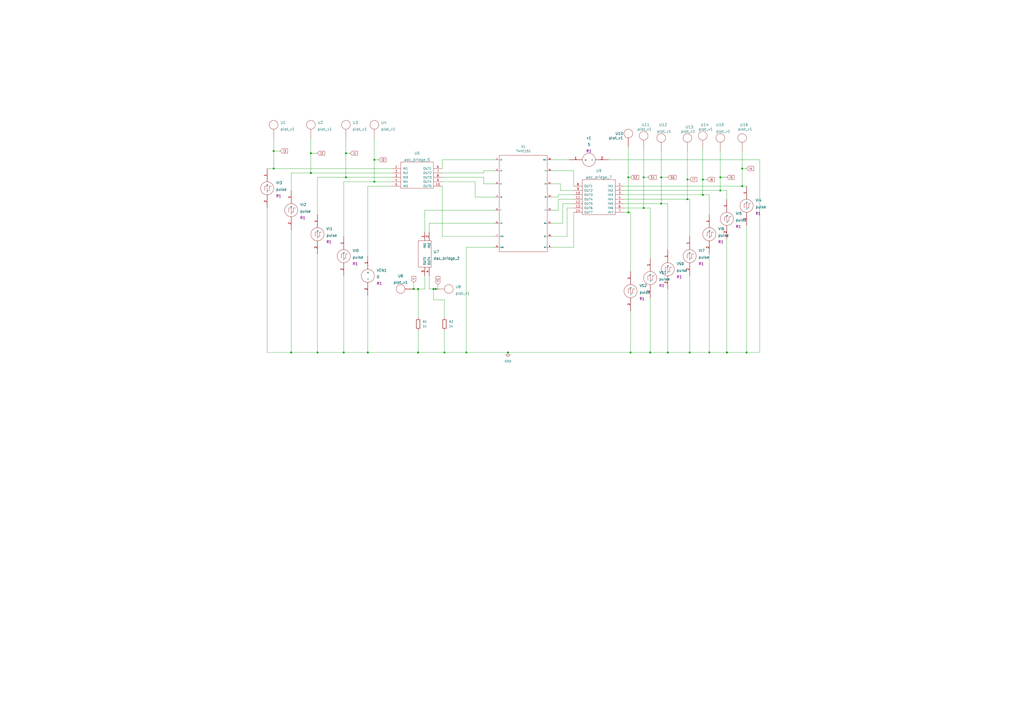
<source format=kicad_sch>
(kicad_sch (version 20211123) (generator eeschema)
  (paper "A2")
  (lib_symbols
    (symbol "DC_1" (pin_names (offset 1.016))
      (property "Reference" "VEN" (at 5.08 3.175 0))
      (property "Value" "DC_1" (at 5.08 -0.635 0))
      (property "Footprint" "R1" (at 5.08 -4.445 0))
      (symbol "DC_1_0_1"
        (circle (center 0 0) (radius 3.81))
      )
      (symbol "DC_1_1_1"
        (pin power_out line (at 0 11.43 270) (length 7.62) (name "+") (number "1"))
        (pin power_in line (at 0 -11.43 90) (length 7.62) (name "-") (number "2"))
      )
    )
    (symbol "eSim_Devices:resistor" (pin_numbers hide) (pin_names (offset 0))
      (property "Reference" "R" (at 1.27 3.302 0))
      (property "Value" "resistor" (at 1.27 -1.27 0))
      (symbol "resistor_0_1"
        (rectangle (start 3.81 0.254) (end -1.27 2.286) (stroke (width 0.254)))
      )
      (symbol "resistor_1_1"
        (pin passive line (at -2.54 1.27 0) (length 1.27) (name "~") (number "1"))
        (pin passive line (at 5.08 1.27 180) (length 1.27) (name "~") (number "2"))
      )
    )
    (symbol "eSim_Hybrid:adc_bridge_5" (pin_names (offset 1.016))
      (property "Reference" "U" (at 0 0 0))
      (property "Value" "adc_bridge_5" (at 0 3.81 0))
      (symbol "adc_bridge_5_0_1"
        (rectangle (start -10.16 5.08) (end 8.89 -10.16))
      )
      (symbol "adc_bridge_5_1_1"
        (pin input line (at -15.24 1.27 0) (length 5.08) (name "IN1") (number "1"))
        (pin output line (at 13.97 -8.89 180) (length 5.08) (name "OUT5") (number "10"))
        (pin input line (at -15.24 -1.27 0) (length 5.08) (name "IN2") (number "2"))
        (pin input line (at -15.24 -3.81 0) (length 5.08) (name "IN3") (number "3"))
        (pin input line (at -15.24 -6.35 0) (length 5.08) (name "IN4") (number "4"))
        (pin input line (at -15.24 -8.89 0) (length 5.08) (name "IN5") (number "5"))
        (pin output line (at 13.97 1.27 180) (length 5.08) (name "OUT1") (number "6"))
        (pin output line (at 13.97 -1.27 180) (length 5.08) (name "OUT2") (number "7"))
        (pin output line (at 13.97 -3.81 180) (length 5.08) (name "OUT3") (number "8"))
        (pin output line (at 13.97 -6.35 180) (length 5.08) (name "OUT4") (number "9"))
      )
    )
    (symbol "eSim_Hybrid:adc_bridge_7" (pin_names (offset 1.016))
      (property "Reference" "U" (at 0 0 0))
      (property "Value" "adc_bridge_7" (at 0 3.81 0))
      (symbol "adc_bridge_7_0_1"
        (rectangle (start -10.16 5.08) (end 8.89 -15.24))
      )
      (symbol "adc_bridge_7_1_1"
        (pin input line (at -15.24 1.27 0) (length 5.08) (name "IN1") (number "1"))
        (pin output line (at 13.97 -3.81 180) (length 5.08) (name "OUT3") (number "10"))
        (pin output line (at 13.97 -6.35 180) (length 5.08) (name "OUT4") (number "11"))
        (pin output line (at 13.97 -8.89 180) (length 5.08) (name "OUT5") (number "12"))
        (pin output line (at 13.97 -11.43 180) (length 5.08) (name "OUT6") (number "13"))
        (pin output line (at 13.97 -13.97 180) (length 5.08) (name "OUT7") (number "14"))
        (pin input line (at -15.24 -1.27 0) (length 5.08) (name "IN2") (number "2"))
        (pin input line (at -15.24 -3.81 0) (length 5.08) (name "IN3") (number "3"))
        (pin input line (at -15.24 -6.35 0) (length 5.08) (name "IN4") (number "4"))
        (pin input line (at -15.24 -8.89 0) (length 5.08) (name "IN5") (number "5"))
        (pin input line (at -15.24 -11.43 0) (length 5.08) (name "IN6") (number "6"))
        (pin input line (at -15.24 -13.97 0) (length 5.08) (name "IN7") (number "7"))
        (pin output line (at 13.97 1.27 180) (length 5.08) (name "OUT1") (number "8"))
        (pin output line (at 13.97 -1.27 180) (length 5.08) (name "OUT2") (number "9"))
      )
    )
    (symbol "eSim_Hybrid:dac_bridge_2" (pin_names (offset 1.016))
      (property "Reference" "U" (at 0 0 0))
      (property "Value" "dac_bridge_2" (at 1.27 3.81 0))
      (symbol "dac_bridge_2_0_1"
        (rectangle (start -6.35 5.08) (end 8.89 -2.54))
      )
      (symbol "dac_bridge_2_1_1"
        (pin input line (at -11.43 1.27 0) (length 5.08) (name "IN1") (number "1"))
        (pin input line (at -11.43 -1.27 0) (length 5.08) (name "IN2") (number "2"))
        (pin output line (at 13.97 1.27 180) (length 5.08) (name "OUT1") (number "3"))
        (pin output line (at 13.97 -1.27 180) (length 5.08) (name "OUT4") (number "4"))
      )
    )
    (symbol "eSim_Plot:plot_v1" (pin_names (offset 1.016))
      (property "Reference" "U" (at 0 12.7 0))
      (property "Value" "plot_v1" (at 5.08 8.89 0))
      (symbol "plot_v1_0_1"
        (circle (center 0 12.7) (radius 2.54))
      )
      (symbol "plot_v1_1_1"
        (pin input line (at 0 5.08 90) (length 5.08) (name "~") (number "~"))
      )
    )
    (symbol "eSim_Power:eSim_GND" (power) (pin_names (offset 0))
      (property "Value" "eSim_GND" (at 0 -3.81 0))
      (symbol "eSim_GND_0_1"
        (polyline (pts (xy 0 0) (xy 0 -1.27) (xy 1.27 -1.27) (xy 0 -2.54) (xy -1.27 -1.27) (xy 0 -1.27)))
      )
      (symbol "eSim_GND_1_1"
        (pin power_in line (at 0 0 270) (length 0) hide (name "GND") (number "1"))
      )
    )
    (symbol "eSim_Sources:DC" (pin_names (offset 1.016))
      (property "Reference" "v1" (at -12.7 0 90))
      (property "Value" "DC" (at -8.89 0 90))
      (property "Footprint" "R1" (at -5.08 0 90))
      (symbol "DC_0_1"
        (circle (center 0 0) (radius 3.81))
      )
      (symbol "DC_1_1"
        (pin power_out line (at 0 11.43 270) (length 7.62) (name "+") (number "1"))
        (pin power_in line (at 0 -11.43 90) (length 7.62) (name "-") (number "2"))
      )
    )
    (symbol "eSim_Sources:pulse" (pin_names (offset 1.016))
      (property "Reference" "v" (at -5.08 2.54 0))
      (property "Value" "pulse" (at -5.08 -1.27 0))
      (property "Footprint" "R1" (at -7.62 0 0))
      (symbol "pulse_0_1"
        (arc (start -1.27 1.27) (mid -1.3491 0) (end -1.27 -1.27))
        (arc (start 0 -1.27) (mid 0.635 -1.2876) (end 1.27 -1.27))
        (circle (center 0 0) (radius 3.81))
        (arc (start 0 1.27) (mid -0.635 1.2859) (end -1.27 1.27))
        (arc (start 0 1.27) (mid -0.0703 0) (end 0 -1.27))
        (arc (start 1.27 1.27) (mid 1.2124 0) (end 1.27 -1.27))
        (arc (start 1.27 1.27) (mid 1.905 1.2556) (end 2.54 1.27))
      )
      (symbol "pulse_1_1"
        (pin passive line (at 0 11.43 270) (length 7.62) (name "+") (number "1"))
        (pin passive line (at 0 -11.43 90) (length 7.62) (name "-") (number "2"))
      )
    )
    (symbol "eSim_Subckt:74HC151"
      (property "Reference" "X" (at 0 -8.89 0))
      (property "Value" "74HC151" (at 0 6.35 0))
      (symbol "74HC151_0_1"
        (rectangle (start -13.97 25.4) (end 13.97 -30.48))
      )
      (symbol "74HC151_1_1"
        (pin input line (at -16.51 22.86 0) (length 2.54) (name "I3") (number "1"))
        (pin input line (at 16.51 -21.59 180) (length 2.54) (name "S1") (number "10"))
        (pin input line (at 16.51 -13.97 180) (length 2.54) (name "S0") (number "11"))
        (pin input line (at 16.51 -6.35 180) (length 2.54) (name "I7") (number "12"))
        (pin input line (at 16.51 1.27 180) (length 2.54) (name "I6") (number "13"))
        (pin input line (at 16.51 8.89 180) (length 2.54) (name "I5") (number "14"))
        (pin input line (at 16.51 16.51 180) (length 2.54) (name "I4") (number "15"))
        (pin power_in line (at 16.51 22.86 180) (length 2.54) (name "VCC") (number "16"))
        (pin input line (at -16.51 16.51 0) (length 2.54) (name "I2") (number "2"))
        (pin input line (at -16.51 8.89 0) (length 2.54) (name "I1") (number "3"))
        (pin input line (at -16.51 1.27 0) (length 2.54) (name "I0") (number "4"))
        (pin output line (at -16.51 -6.35 0) (length 2.54) (name "Y") (number "5"))
        (pin output line (at -16.51 -13.97 0) (length 2.54) (name "YC") (number "6"))
        (pin input line (at -16.51 -21.59 0) (length 2.54) (name "ENC") (number "7"))
        (pin power_in line (at -16.51 -27.94 0) (length 2.54) (name "GND") (number "8"))
        (pin input line (at 16.51 -27.94 180) (length 2.54) (name "S2") (number "9"))
      )
    )
  )
  (junction (at 158.75 97.79))
  (junction (at 364.49 123.19))
  (junction (at 364.49 102.87))
  (junction (at 168.91 204.47))
  (junction (at 421.64 204.47))
  (junction (at 411.48 204.47))
  (junction (at 180.34 88.9))
  (junction (at 184.15 204.47))
  (junction (at 217.17 92.71))
  (junction (at 417.83 102.87))
  (junction (at 213.36 204.47))
  (junction (at 400.05 204.47))
  (junction (at 430.53 97.79))
  (junction (at 387.35 204.47))
  (junction (at 242.57 167.64))
  (junction (at 217.17 105.41))
  (junction (at 433.07 204.47))
  (junction (at 365.76 204.47))
  (junction (at 430.53 107.95))
  (junction (at 270.51 204.47))
  (junction (at 373.38 102.87))
  (junction (at 180.34 100.33))
  (junction (at 199.39 204.47))
  (junction (at 383.54 118.11))
  (junction (at 373.38 120.65))
  (junction (at 398.78 115.57))
  (junction (at 407.67 113.03))
  (junction (at 417.83 110.49))
  (junction (at 398.78 104.14))
  (junction (at 407.67 104.14))
  (junction (at 383.54 102.87))
  (junction (at 200.66 102.87))
  (junction (at 200.66 88.9))
  (junction (at 252.73 167.64))
  (junction (at 242.57 204.47))
  (junction (at 240.03 167.64))
  (junction (at 294.64 204.47))
  (junction (at 158.75 87.63))
  (junction (at 257.81 204.47))
  (junction (at 377.19 204.47))
  (junction (at 251.46 167.64))
  (wire (pts (xy 217.17 92.71) (xy 219.71 92.71)))
  (wire (pts (xy 411.48 124.46) (xy 411.48 113.03)))
  (wire (pts (xy 199.39 204.47) (xy 213.36 204.47)))
  (wire (pts (xy 398.78 104.14) (xy 398.78 115.57)))
  (wire (pts (xy 246.38 121.92) (xy 287.02 121.92)))
  (wire (pts (xy 280.67 102.87) (xy 280.67 106.68)))
  (wire (pts (xy 430.53 97.79) (xy 433.07 97.79)))
  (wire (pts (xy 242.57 167.64) (xy 240.03 167.64)))
  (wire (pts (xy 213.36 171.45) (xy 213.36 204.47)))
  (wire (pts (xy 184.15 204.47) (xy 199.39 204.47)))
  (wire (pts (xy 332.74 99.06) (xy 320.04 99.06)))
  (wire (pts (xy 364.49 102.87) (xy 364.49 123.19)))
  (wire (pts (xy 325.12 110.49) (xy 325.12 106.68)))
  (wire (pts (xy 200.66 88.9) (xy 203.2 88.9)))
  (wire (pts (xy 217.17 92.71) (xy 217.17 105.41)))
  (wire (pts (xy 248.92 167.64) (xy 251.46 167.64)))
  (wire (pts (xy 154.94 97.79) (xy 158.75 97.79)))
  (wire (pts (xy 242.57 204.47) (xy 257.81 204.47)))
  (wire (pts (xy 217.17 80.01) (xy 217.17 92.71)))
  (wire (pts (xy 240.03 163.83) (xy 240.03 167.64)))
  (wire (pts (xy 323.85 121.92) (xy 320.04 121.92)))
  (wire (pts (xy 383.54 118.11) (xy 361.95 118.11)))
  (wire (pts (xy 168.91 100.33) (xy 180.34 100.33)))
  (wire (pts (xy 373.38 102.87) (xy 373.38 120.65)))
  (wire (pts (xy 377.19 120.65) (xy 373.38 120.65)))
  (wire (pts (xy 417.83 87.63) (xy 417.83 102.87)))
  (wire (pts (xy 332.74 143.51) (xy 320.04 143.51)))
  (wire (pts (xy 377.19 149.86) (xy 377.19 120.65)))
  (wire (pts (xy 323.85 115.57) (xy 323.85 121.92)))
  (wire (pts (xy 440.69 92.71) (xy 440.69 204.47)))
  (wire (pts (xy 398.78 87.63) (xy 398.78 104.14)))
  (wire (pts (xy 407.67 86.36) (xy 407.67 104.14)))
  (wire (pts (xy 256.54 137.16) (xy 287.02 137.16)))
  (wire (pts (xy 158.75 80.01) (xy 158.75 87.63)))
  (wire (pts (xy 332.74 110.49) (xy 325.12 110.49)))
  (wire (pts (xy 217.17 105.41) (xy 227.33 105.41)))
  (wire (pts (xy 332.74 115.57) (xy 323.85 115.57)))
  (wire (pts (xy 373.38 86.36) (xy 373.38 102.87)))
  (wire (pts (xy 270.51 143.51) (xy 270.51 204.47)))
  (wire (pts (xy 387.35 204.47) (xy 400.05 204.47)))
  (wire (pts (xy 332.74 120.65) (xy 328.93 120.65)))
  (wire (pts (xy 400.05 160.02) (xy 400.05 204.47)))
  (wire (pts (xy 332.74 107.95) (xy 332.74 99.06)))
  (wire (pts (xy 256.54 100.33) (xy 280.67 100.33)))
  (wire (pts (xy 326.39 129.54) (xy 320.04 129.54)))
  (wire (pts (xy 387.35 118.11) (xy 383.54 118.11)))
  (wire (pts (xy 430.53 97.79) (xy 430.53 107.95)))
  (wire (pts (xy 242.57 167.64) (xy 242.57 184.15)))
  (wire (pts (xy 430.53 87.63) (xy 430.53 97.79)))
  (wire (pts (xy 364.49 85.09) (xy 364.49 102.87)))
  (wire (pts (xy 270.51 204.47) (xy 294.64 204.47)))
  (wire (pts (xy 251.46 167.64) (xy 252.73 167.64)))
  (wire (pts (xy 364.49 102.87) (xy 365.76 102.87)))
  (wire (pts (xy 387.35 144.78) (xy 387.35 118.11)))
  (wire (pts (xy 326.39 118.11) (xy 326.39 129.54)))
  (wire (pts (xy 383.54 102.87) (xy 387.35 102.87)))
  (wire (pts (xy 246.38 134.62) (xy 246.38 121.92)))
  (wire (pts (xy 200.66 88.9) (xy 200.66 102.87)))
  (wire (pts (xy 365.76 204.47) (xy 377.19 204.47)))
  (wire (pts (xy 257.81 184.15) (xy 257.81 173.99)))
  (wire (pts (xy 199.39 137.16) (xy 199.39 105.41)))
  (wire (pts (xy 252.73 167.64) (xy 254 167.64)))
  (wire (pts (xy 364.49 123.19) (xy 361.95 123.19)))
  (wire (pts (xy 168.91 204.47) (xy 184.15 204.47)))
  (wire (pts (xy 377.19 204.47) (xy 387.35 204.47)))
  (wire (pts (xy 158.75 87.63) (xy 158.75 97.79)))
  (wire (pts (xy 400.05 204.47) (xy 411.48 204.47)))
  (wire (pts (xy 421.64 204.47) (xy 433.07 204.47)))
  (wire (pts (xy 280.67 100.33) (xy 280.67 99.06)))
  (wire (pts (xy 257.81 173.99) (xy 251.46 173.99)))
  (wire (pts (xy 254 165.1) (xy 254 167.64)))
  (wire (pts (xy 213.36 204.47) (xy 242.57 204.47)))
  (wire (pts (xy 180.34 88.9) (xy 180.34 100.33)))
  (wire (pts (xy 332.74 118.11) (xy 326.39 118.11)))
  (wire (pts (xy 433.07 130.81) (xy 433.07 204.47)))
  (wire (pts (xy 398.78 104.14) (xy 400.05 104.14)))
  (wire (pts (xy 180.34 88.9) (xy 184.15 88.9)))
  (wire (pts (xy 184.15 147.32) (xy 184.15 204.47)))
  (wire (pts (xy 275.59 105.41) (xy 275.59 114.3)))
  (wire (pts (xy 184.15 102.87) (xy 200.66 102.87)))
  (wire (pts (xy 332.74 123.19) (xy 332.74 143.51)))
  (wire (pts (xy 248.92 160.02) (xy 248.92 167.64)))
  (wire (pts (xy 421.64 138.43) (xy 421.64 204.47)))
  (wire (pts (xy 387.35 167.64) (xy 387.35 204.47)))
  (wire (pts (xy 361.95 107.95) (xy 430.53 107.95)))
  (wire (pts (xy 246.38 160.02) (xy 246.38 167.64)))
  (wire (pts (xy 320.04 92.71) (xy 330.2 92.71)))
  (wire (pts (xy 411.48 204.47) (xy 421.64 204.47)))
  (wire (pts (xy 213.36 148.59) (xy 213.36 107.95)))
  (wire (pts (xy 257.81 204.47) (xy 270.51 204.47)))
  (wire (pts (xy 242.57 191.77) (xy 242.57 204.47)))
  (wire (pts (xy 377.19 172.72) (xy 377.19 204.47)))
  (wire (pts (xy 248.92 129.54) (xy 287.02 129.54)))
  (wire (pts (xy 328.93 137.16) (xy 320.04 137.16)))
  (wire (pts (xy 213.36 107.95) (xy 227.33 107.95)))
  (wire (pts (xy 353.06 92.71) (xy 440.69 92.71)))
  (wire (pts (xy 256.54 102.87) (xy 280.67 102.87)))
  (wire (pts (xy 323.85 114.3) (xy 320.04 114.3)))
  (wire (pts (xy 421.64 115.57) (xy 421.64 110.49)))
  (wire (pts (xy 275.59 114.3) (xy 287.02 114.3)))
  (wire (pts (xy 383.54 87.63) (xy 383.54 102.87)))
  (wire (pts (xy 256.54 105.41) (xy 275.59 105.41)))
  (wire (pts (xy 325.12 106.68) (xy 320.04 106.68)))
  (wire (pts (xy 256.54 107.95) (xy 256.54 137.16)))
  (wire (pts (xy 407.67 104.14) (xy 410.21 104.14)))
  (wire (pts (xy 256.54 92.71) (xy 287.02 92.71)))
  (wire (pts (xy 180.34 80.01) (xy 180.34 88.9)))
  (wire (pts (xy 373.38 120.65) (xy 361.95 120.65)))
  (wire (pts (xy 168.91 133.35) (xy 168.91 204.47)))
  (wire (pts (xy 373.38 102.87) (xy 375.92 102.87)))
  (wire (pts (xy 287.02 143.51) (xy 270.51 143.51)))
  (wire (pts (xy 365.76 123.19) (xy 364.49 123.19)))
  (wire (pts (xy 154.94 204.47) (xy 168.91 204.47)))
  (wire (pts (xy 199.39 160.02) (xy 199.39 204.47)))
  (wire (pts (xy 200.66 80.01) (xy 200.66 88.9)))
  (wire (pts (xy 400.05 137.16) (xy 400.05 115.57)))
  (wire (pts (xy 407.67 113.03) (xy 361.95 113.03)))
  (wire (pts (xy 184.15 124.46) (xy 184.15 102.87)))
  (wire (pts (xy 246.38 167.64) (xy 242.57 167.64)))
  (wire (pts (xy 280.67 99.06) (xy 287.02 99.06)))
  (wire (pts (xy 168.91 110.49) (xy 168.91 100.33)))
  (wire (pts (xy 430.53 107.95) (xy 433.07 107.95)))
  (wire (pts (xy 248.92 134.62) (xy 248.92 129.54)))
  (wire (pts (xy 328.93 120.65) (xy 328.93 137.16)))
  (wire (pts (xy 411.48 113.03) (xy 407.67 113.03)))
  (wire (pts (xy 433.07 204.47) (xy 440.69 204.47)))
  (wire (pts (xy 383.54 102.87) (xy 383.54 118.11)))
  (wire (pts (xy 280.67 106.68) (xy 287.02 106.68)))
  (wire (pts (xy 257.81 191.77) (xy 257.81 204.47)))
  (wire (pts (xy 417.83 102.87) (xy 421.64 102.87)))
  (wire (pts (xy 158.75 87.63) (xy 162.56 87.63)))
  (wire (pts (xy 323.85 113.03) (xy 323.85 114.3)))
  (wire (pts (xy 400.05 115.57) (xy 398.78 115.57)))
  (wire (pts (xy 407.67 104.14) (xy 407.67 113.03)))
  (wire (pts (xy 417.83 102.87) (xy 417.83 110.49)))
  (wire (pts (xy 256.54 97.79) (xy 256.54 92.71)))
  (wire (pts (xy 411.48 147.32) (xy 411.48 204.47)))
  (wire (pts (xy 421.64 110.49) (xy 417.83 110.49)))
  (wire (pts (xy 158.75 97.79) (xy 227.33 97.79)))
  (wire (pts (xy 332.74 113.03) (xy 323.85 113.03)))
  (wire (pts (xy 154.94 204.47) (xy 154.94 120.65)))
  (wire (pts (xy 417.83 110.49) (xy 361.95 110.49)))
  (wire (pts (xy 294.64 204.47) (xy 365.76 204.47)))
  (wire (pts (xy 251.46 173.99) (xy 251.46 167.64)))
  (wire (pts (xy 199.39 105.41) (xy 217.17 105.41)))
  (wire (pts (xy 365.76 157.48) (xy 365.76 123.19)))
  (wire (pts (xy 365.76 180.34) (xy 365.76 204.47)))
  (wire (pts (xy 398.78 115.57) (xy 361.95 115.57)))
  (wire (pts (xy 200.66 102.87) (xy 227.33 102.87)))
  (wire (pts (xy 180.34 100.33) (xy 227.33 100.33)))
  (global_label "I7" (shape input) (at 400.05 104.14 0) (property "Intersheet References" "${INTERSHEET_REFS}" (effects hide)))
  (global_label "YC" (shape input) (at 254 165.1 90) (property "Intersheet References" "${INTERSHEET_REFS}" (effects hide)))
  (global_label "I5" (shape input) (at 421.64 102.87 0) (property "Intersheet References" "${INTERSHEET_REFS}" (effects hide)))
  (global_label "S0" (shape input) (at 387.35 102.87 0) (property "Intersheet References" "${INTERSHEET_REFS}" (effects hide)))
  (global_label "S2" (shape input) (at 365.76 102.87 0) (property "Intersheet References" "${INTERSHEET_REFS}" (effects hide)))
  (global_label "I1" (shape input) (at 203.2 88.9 0) (property "Intersheet References" "${INTERSHEET_REFS}" (effects hide)))
  (global_label "Y" (shape input) (at 240.03 163.83 90) (property "Intersheet References" "${INTERSHEET_REFS}" (effects hide)))
  (global_label "I2" (shape input) (at 184.15 88.9 0) (property "Intersheet References" "${INTERSHEET_REFS}" (effects hide)))
  (global_label "I3" (shape input) (at 162.56 87.63 0) (property "Intersheet References" "${INTERSHEET_REFS}" (effects hide)))
  (global_label "I4" (shape input) (at 433.07 97.79 0) (property "Intersheet References" "${INTERSHEET_REFS}" (effects hide)))
  (global_label "S1" (shape input) (at 375.92 102.87 0) (property "Intersheet References" "${INTERSHEET_REFS}" (effects hide)))
  (global_label "I0" (shape input) (at 219.71 92.71 0) (property "Intersheet References" "${INTERSHEET_REFS}" (effects hide)))
  (global_label "I6" (shape input) (at 410.21 104.14 0) (property "Intersheet References" "${INTERSHEET_REFS}" (effects hide)))
  (symbol (lib_id "eSim_Sources:pulse") (at 387.35 156.21 0) (unit 1)
    (property "Reference" "VS0" (at 392.43 153.035 0) (effects (font (size 1.524 1.524)) (justify left)))
    (property "Value" "pulse" (at 392.43 156.845 0) (effects (font (size 1.524 1.524)) (justify left)))
    (property "Footprint" "R1" (at 392.43 160.655 0) (effects (font (size 1.524 1.524)) (justify left)))
  )
  (symbol (lib_id "eSim_Subckt:74HC151") (at 303.53 115.57 0) (unit 1)
    (property "Reference" "X1" (at 303.53 85.09 0))
    (property "Value" "74HC151" (at 303.53 87.63 0))
  )
  (symbol (lib_id "eSim_Sources:pulse") (at 433.07 119.38 0) (unit 1)
    (property "Reference" "VI4" (at 438.15 116.205 0) (effects (font (size 1.524 1.524)) (justify left)))
    (property "Value" "pulse" (at 438.15 120.015 0) (effects (font (size 1.524 1.524)) (justify left)))
    (property "Footprint" "R1" (at 438.15 123.825 0) (effects (font (size 1.524 1.524)) (justify left)))
  )
  (symbol (lib_id "eSim_Sources:pulse") (at 154.94 109.22 0) (unit 1)
    (property "Reference" "VI3" (at 160.02 106.045 0) (effects (font (size 1.524 1.524)) (justify left)))
    (property "Value" "pulse" (at 160.02 109.855 0) (effects (font (size 1.524 1.524)) (justify left)))
    (property "Footprint" "R1" (at 160.02 113.665 0) (effects (font (size 1.524 1.524)) (justify left)))
  )
  (symbol (lib_id "eSim_Plot:plot_v1") (at 383.54 92.71 0) (unit 1)
    (property "Reference" "U12" (at 382.27 72.39 0) (effects (font (size 1.524 1.524)) (justify left)))
    (property "Value" "plot_v1" (at 381 76.2 0) (effects (font (size 1.524 1.524)) (justify left)))
  )
  (symbol (lib_id "eSim_Sources:pulse") (at 377.19 161.29 0) (unit 1)
    (property "Reference" "VS1" (at 382.27 158.115 0) (effects (font (size 1.524 1.524)) (justify left)))
    (property "Value" "pulse" (at 382.27 161.925 0) (effects (font (size 1.524 1.524)) (justify left)))
    (property "Footprint" "R1" (at 382.27 165.735 0) (effects (font (size 1.524 1.524)) (justify left)))
  )
  (symbol (lib_id "eSim_Plot:plot_v1") (at 245.11 167.64 90) (unit 1)
    (property "Reference" "U6" (at 232.41 160.02 90) (effects (font (size 1.524 1.524))))
    (property "Value" "plot_v1" (at 232.41 163.83 90) (effects (font (size 1.524 1.524))))
  )
  (symbol (lib_id "eSim_Sources:pulse") (at 365.76 168.91 0) (unit 1)
    (property "Reference" "VS2" (at 370.84 165.735 0) (effects (font (size 1.524 1.524)) (justify left)))
    (property "Value" "pulse" (at 370.84 169.545 0) (effects (font (size 1.524 1.524)) (justify left)))
    (property "Footprint" "R1" (at 370.84 173.355 0) (effects (font (size 1.524 1.524)) (justify left)))
  )
  (symbol (lib_id "eSim_Power:eSim_GND") (at 294.64 204.47 0) (unit 1)
    (property "Reference" "#PWR01" (effects hide))
    (property "Value" "eSim_GND" (at 294.64 209.55 0))
  )
  (symbol (lib_id "eSim_Sources:pulse") (at 199.39 148.59 0) (unit 1)
    (property "Reference" "VI0" (at 204.47 145.415 0) (effects (font (size 1.524 1.524)) (justify left)))
    (property "Value" "pulse" (at 204.47 149.225 0) (effects (font (size 1.524 1.524)) (justify left)))
    (property "Footprint" "R1" (at 204.47 153.035 0) (effects (font (size 1.524 1.524)) (justify left)))
  )
  (symbol (lib_id "eSim_Plot:plot_v1") (at 364.49 90.17 0) (unit 1)
    (property "Reference" "U10" (at 356.87 77.47 0) (effects (font (size 1.524 1.524)) (justify left)))
    (property "Value" "plot_v1" (at 353.06 80.01 0) (effects (font (size 1.524 1.524)) (justify left)))
  )
  (symbol (lib_id "eSim_Plot:plot_v1") (at 158.75 85.09 0) (unit 1)
    (property "Reference" "U1" (at 162.56 71.12 0) (effects (font (size 1.524 1.524)) (justify left)))
    (property "Value" "plot_v1" (at 162.56 74.93 0) (effects (font (size 1.524 1.524)) (justify left)))
  )
  (symbol (lib_id "eSim_Plot:plot_v1") (at 217.17 85.09 0) (unit 1)
    (property "Reference" "U4" (at 220.98 71.12 0) (effects (font (size 1.524 1.524)) (justify left)))
    (property "Value" "plot_v1" (at 220.98 74.93 0) (effects (font (size 1.524 1.524)) (justify left)))
  )
  (symbol (lib_id "eSim_Devices:resistor") (at 243.84 189.23 90) (unit 1)
    (property "Reference" "R1" (at 245.11 186.6899 90) (effects (justify right)))
    (property "Value" "1k" (at 245.11 189.2299 90) (effects (justify right)))
  )
  (symbol (lib_id "eSim_Plot:plot_v1") (at 180.34 85.09 0) (unit 1)
    (property "Reference" "U2" (at 184.15 71.12 0) (effects (font (size 1.524 1.524)) (justify left)))
    (property "Value" "plot_v1" (at 184.15 74.93 0) (effects (font (size 1.524 1.524)) (justify left)))
  )
  (symbol (lib_id "eSim_Plot:plot_v1") (at 430.53 92.71 0) (unit 1)
    (property "Reference" "U16" (at 429.26 72.39 0) (effects (font (size 1.524 1.524)) (justify left)))
    (property "Value" "plot_v1" (at 427.99 74.93 0) (effects (font (size 1.524 1.524)) (justify left)))
  )
  (symbol (lib_id "eSim_Sources:pulse") (at 400.05 148.59 0) (unit 1)
    (property "Reference" "VI7" (at 405.13 145.415 0) (effects (font (size 1.524 1.524)) (justify left)))
    (property "Value" "pulse" (at 405.13 149.225 0) (effects (font (size 1.524 1.524)) (justify left)))
    (property "Footprint" "R1" (at 405.13 153.035 0) (effects (font (size 1.524 1.524)) (justify left)))
  )
  (symbol (lib_id "eSim_Sources:pulse") (at 184.15 135.89 0) (unit 1)
    (property "Reference" "VI1" (at 189.23 132.715 0) (effects (font (size 1.524 1.524)) (justify left)))
    (property "Value" "pulse" (at 189.23 136.525 0) (effects (font (size 1.524 1.524)) (justify left)))
    (property "Footprint" "R1" (at 189.23 140.335 0) (effects (font (size 1.524 1.524)) (justify left)))
  )
  (symbol (lib_id "eSim_Sources:pulse") (at 421.64 127 0) (unit 1)
    (property "Reference" "VI5" (at 426.72 123.825 0) (effects (font (size 1.524 1.524)) (justify left)))
    (property "Value" "pulse" (at 426.72 127.635 0) (effects (font (size 1.524 1.524)) (justify left)))
    (property "Footprint" "R1" (at 426.72 131.445 0) (effects (font (size 1.524 1.524)) (justify left)))
  )
  (symbol (lib_id "eSim_Sources:DC") (at 341.63 92.71 90) (unit 1)
    (property "Reference" "v1" (at 341.63 80.01 90) (effects (font (size 1.524 1.524))))
    (property "Value" "5" (at 341.63 83.82 90) (effects (font (size 1.524 1.524))))
    (property "Footprint" "R1" (at 341.63 87.63 90) (effects (font (size 1.524 1.524))))
  )
  (symbol (lib_id "eSim_Devices:resistor") (at 256.54 186.69 270) (unit 1)
    (property "Reference" "R2" (at 260.35 186.6899 90) (effects (justify left)))
    (property "Value" "1k" (at 260.35 189.2299 90) (effects (justify left)))
  )
  (symbol (lib_id "eSim_Hybrid:adc_bridge_7") (at 346.71 109.22 0) (mirror y) (unit 1)
    (property "Reference" "U9" (at 347.345 99.06 0) (effects (font (size 1.524 1.524))))
    (property "Value" "adc_bridge_7" (at 347.345 102.87 0) (effects (font (size 1.524 1.524))))
  )
  (symbol (lib_name "DC_1") (lib_id "eSim_Sources:DC") (at 213.36 160.02 0) (unit 1)
    (property "Reference" "VEN1" (at 218.44 156.845 0) (effects (font (size 1.524 1.524)) (justify left)))
    (property "Value" "0" (at 218.44 160.655 0) (effects (font (size 1.524 1.524)) (justify left)))
    (property "Footprint" "R1" (at 218.44 164.465 0) (effects (font (size 1.524 1.524)) (justify left)))
  )
  (symbol (lib_id "eSim_Sources:pulse") (at 168.91 121.92 0) (unit 1)
    (property "Reference" "VI2" (at 173.99 118.745 0) (effects (font (size 1.524 1.524)) (justify left)))
    (property "Value" "pulse" (at 173.99 122.555 0) (effects (font (size 1.524 1.524)) (justify left)))
    (property "Footprint" "R1" (at 173.99 126.365 0) (effects (font (size 1.524 1.524)) (justify left)))
  )
  (symbol (lib_id "eSim_Plot:plot_v1") (at 247.65 167.64 270) (unit 1)
    (property "Reference" "U8" (at 264.16 166.37 90) (effects (font (size 1.524 1.524)) (justify left)))
    (property "Value" "plot_v1" (at 264.16 170.18 90) (effects (font (size 1.524 1.524)) (justify left)))
  )
  (symbol (lib_id "eSim_Plot:plot_v1") (at 398.78 92.71 0) (unit 1)
    (property "Reference" "U13" (at 397.51 73.66 0) (effects (font (size 1.524 1.524)) (justify left)))
    (property "Value" "plot_v1" (at 394.97 76.2 0) (effects (font (size 1.524 1.524)) (justify left)))
  )
  (symbol (lib_id "eSim_Plot:plot_v1") (at 200.66 85.09 0) (unit 1)
    (property "Reference" "U3" (at 204.47 71.12 0) (effects (font (size 1.524 1.524)) (justify left)))
    (property "Value" "plot_v1" (at 204.47 74.93 0) (effects (font (size 1.524 1.524)) (justify left)))
  )
  (symbol (lib_id "eSim_Plot:plot_v1") (at 417.83 92.71 0) (unit 1)
    (property "Reference" "U15" (at 415.29 72.39 0) (effects (font (size 1.524 1.524)) (justify left)))
    (property "Value" "plot_v1" (at 415.29 76.2 0) (effects (font (size 1.524 1.524)) (justify left)))
  )
  (symbol (lib_id "eSim_Plot:plot_v1") (at 373.38 91.44 0) (unit 1)
    (property "Reference" "U11" (at 372.11 72.39 0) (effects (font (size 1.524 1.524)) (justify left)))
    (property "Value" "plot_v1" (at 369.57 74.93 0) (effects (font (size 1.524 1.524)) (justify left)))
  )
  (symbol (lib_id "eSim_Hybrid:dac_bridge_2") (at 247.65 146.05 90) (mirror x) (unit 1)
    (property "Reference" "U7" (at 251.46 146.05 90) (effects (font (size 1.524 1.524)) (justify right)))
    (property "Value" "dac_bridge_2" (at 251.46 149.86 90) (effects (font (size 1.524 1.524)) (justify right)))
  )
  (symbol (lib_id "eSim_Sources:pulse") (at 411.48 135.89 0) (unit 1)
    (property "Reference" "VI6" (at 416.56 132.715 0) (effects (font (size 1.524 1.524)) (justify left)))
    (property "Value" "pulse" (at 416.56 136.525 0) (effects (font (size 1.524 1.524)) (justify left)))
    (property "Footprint" "R1" (at 416.56 140.335 0) (effects (font (size 1.524 1.524)) (justify left)))
  )
  (symbol (lib_id "eSim_Plot:plot_v1") (at 407.67 91.44 0) (unit 1)
    (property "Reference" "U14" (at 406.4 72.39 0) (effects (font (size 1.524 1.524)) (justify left)))
    (property "Value" "plot_v1" (at 405.13 74.93 0) (effects (font (size 1.524 1.524)) (justify left)))
  )
  (symbol (lib_id "eSim_Hybrid:adc_bridge_5") (at 242.57 99.06 0) (unit 1)
    (property "Reference" "U5" (at 241.935 88.9 0) (effects (font (size 1.524 1.524))))
    (property "Value" "adc_bridge_5" (at 241.935 92.71 0) (effects (font (size 1.524 1.524))))
  )
)
</source>
